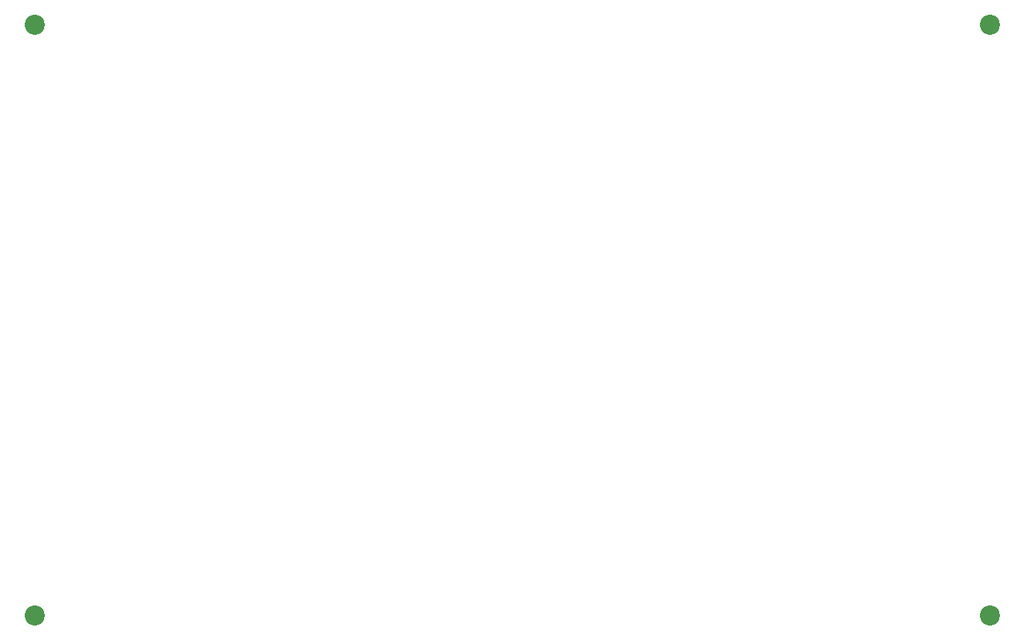
<source format=gbs>
G04 #@! TF.GenerationSoftware,KiCad,Pcbnew,(5.1.9)-1*
G04 #@! TF.CreationDate,2021-05-26T09:14:39+01:00*
G04 #@! TF.ProjectId,EnvMCRO,456e764d-4352-44f2-9e6b-696361645f70,rev?*
G04 #@! TF.SameCoordinates,Original*
G04 #@! TF.FileFunction,Soldermask,Bot*
G04 #@! TF.FilePolarity,Negative*
%FSLAX46Y46*%
G04 Gerber Fmt 4.6, Leading zero omitted, Abs format (unit mm)*
G04 Created by KiCad (PCBNEW (5.1.9)-1) date 2021-05-26 09:14:39*
%MOMM*%
%LPD*%
G01*
G04 APERTURE LIST*
%ADD10C,2.200000*%
G04 APERTURE END LIST*
D10*
X170500000Y-106000000D03*
X65900000Y-41300000D03*
X65900000Y-106000000D03*
X170500000Y-41300000D03*
M02*

</source>
